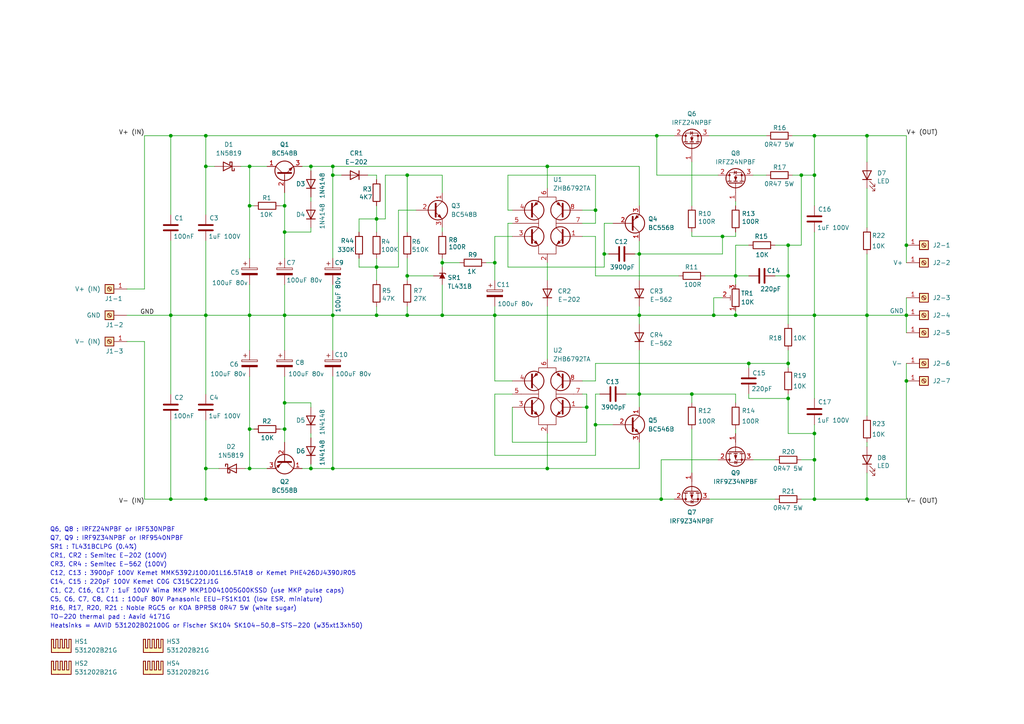
<source format=kicad_sch>
(kicad_sch (version 20231120) (generator "eeschema") (generator_version "8.0")
  (paper "A4")
  (title_block (title "Q17-SIGMA Power Supply") (date "2024-04-22") (rev "1.0.7") (company "PCB and BOM by stef") (comment 2 "Design and test by Moor") (comment 3 "Inspired from Sigma22 v3 design"))
  (junction (at 172.72 123.19))
  (junction (at 185.42 91.44))
  (junction (at 175.26 73.66))
  (junction (at 207.01 91.44))
  (junction (at 190.5 39.37))
  (junction (at 228.6 71.12))
  (junction (at 143.51 91.44))
  (junction (at 262.89 91.44))
  (junction (at 213.36 91.44))
  (junction (at 200.66 114.3))
  (junction (at 236.22 144.78))
  (junction (at 82.55 124.46))
  (junction (at 49.53 39.37))
  (junction (at 59.69 48.26))
  (junction (at 185.42 114.3))
  (junction (at 90.17 135.89))
  (junction (at 59.69 91.44))
  (junction (at 72.39 124.46))
  (junction (at 49.53 91.44))
  (junction (at 82.55 91.44))
  (junction (at 158.75 48.26))
  (junction (at 236.22 133.35))
  (junction (at 59.69 39.37))
  (junction (at 82.55 116.84))
  (junction (at 170.18 118.11))
  (junction (at 109.22 63.5))
  (junction (at 90.17 48.26))
  (junction (at 228.6 115.57))
  (junction (at 59.69 135.89))
  (junction (at 72.39 91.44))
  (junction (at 96.52 135.89))
  (junction (at 96.52 48.26))
  (junction (at 251.46 144.78))
  (junction (at 236.22 50.8))
  (junction (at 228.6 80.01))
  (junction (at 109.22 77.47))
  (junction (at 118.11 91.44))
  (junction (at 236.22 91.44))
  (junction (at 82.55 59.69))
  (junction (at 109.22 91.44))
  (junction (at 49.53 144.78))
  (junction (at 209.55 68.58))
  (junction (at 128.27 91.44))
  (junction (at 128.27 76.2))
  (junction (at 82.55 67.31))
  (junction (at 251.46 39.37))
  (junction (at 96.52 50.8))
  (junction (at 72.39 135.89))
  (junction (at 118.11 50.8))
  (junction (at 213.36 80.01))
  (junction (at 251.46 91.44))
  (junction (at 191.77 144.78))
  (junction (at 158.75 135.89))
  (junction (at 96.52 91.44))
  (junction (at 118.11 80.01))
  (junction (at 185.42 73.66))
  (junction (at 72.39 48.26))
  (junction (at 236.22 39.37))
  (junction (at 143.51 76.2))
  (junction (at 232.41 50.8))
  (junction (at 217.17 105.41))
  (junction (at 228.6 105.41))
  (junction (at 72.39 59.69))
  (junction (at 262.89 71.12))
  (junction (at 59.69 144.78))
  (junction (at 262.89 110.49))
  (junction (at 236.22 125.73))
  (junction (at 172.72 60.96))
  (wire (pts (xy 185.42 128.27) (xy 185.42 135.89)))
  (wire (pts (xy 109.22 59.69) (xy 109.22 63.5)))
  (wire (pts (xy 41.91 144.78) (xy 49.53 144.78)))
  (wire (pts (xy 118.11 50.8) (xy 128.27 50.8)))
  (wire (pts (xy 82.55 67.31) (xy 90.17 67.31)))
  (wire (pts (xy 213.36 91.44) (xy 236.22 91.44)))
  (wire (pts (xy 59.69 39.37) (xy 59.69 48.26)))
  (wire (pts (xy 217.17 71.12) (xy 213.36 71.12)))
  (wire (pts (xy 175.26 64.77) (xy 177.8 64.77)))
  (wire (pts (xy 251.46 39.37) (xy 251.46 46.99)))
  (wire (pts (xy 236.22 91.44) (xy 236.22 115.57)))
  (wire (pts (xy 143.51 110.49) (xy 143.51 91.44)))
  (wire (pts (xy 82.55 91.44) (xy 82.55 101.6)))
  (wire (pts (xy 172.72 68.58) (xy 168.91 68.58)))
  (wire (pts (xy 236.22 91.44) (xy 251.46 91.44)))
  (wire (pts (xy 185.42 48.26) (xy 158.75 48.26)))
  (wire (pts (xy 49.53 91.44) (xy 49.53 114.3)))
  (wire (pts (xy 172.72 123.19) (xy 177.8 123.19)))
  (wire (pts (xy 224.79 80.01) (xy 228.6 80.01)))
  (wire (pts (xy 118.11 88.9) (xy 118.11 91.44)))
  (wire (pts (xy 175.26 73.66) (xy 176.53 73.66)))
  (wire (pts (xy 262.89 71.12) (xy 262.89 76.2)))
  (wire (pts (xy 59.69 135.89) (xy 59.69 144.78)))
  (wire (pts (xy 251.46 91.44) (xy 262.89 91.44)))
  (wire (pts (xy 170.18 118.11) (xy 168.91 118.11)))
  (wire (pts (xy 190.5 50.8) (xy 208.28 50.8)))
  (wire (pts (xy 118.11 74.93) (xy 118.11 80.01)))
  (wire (pts (xy 59.69 144.78) (xy 191.77 144.78)))
  (wire (pts (xy 185.42 73.66) (xy 185.42 81.28)))
  (wire (pts (xy 82.55 91.44) (xy 96.52 91.44)))
  (wire (pts (xy 90.17 66.04) (xy 90.17 67.31)))
  (wire (pts (xy 90.17 134.62) (xy 90.17 135.89)))
  (wire (pts (xy 96.52 50.8) (xy 96.52 74.93)))
  (wire (pts (xy 147.32 77.47) (xy 175.26 77.47)))
  (wire (pts (xy 213.36 71.12) (xy 213.36 80.01)))
  (wire (pts (xy 82.55 82.55) (xy 82.55 91.44)))
  (wire (pts (xy 128.27 50.8) (xy 128.27 55.88)))
  (wire (pts (xy 104.14 67.31) (xy 104.14 63.5)))
  (wire (pts (xy 213.36 80.01) (xy 213.36 82.55)))
  (wire (pts (xy 172.72 132.08) (xy 143.51 132.08)))
  (wire (pts (xy 128.27 76.2) (xy 133.35 76.2)))
  (wire (pts (xy 96.52 109.22) (xy 96.52 135.89)))
  (wire (pts (xy 200.66 114.3) (xy 200.66 116.84)))
  (wire (pts (xy 148.59 128.27) (xy 170.18 128.27)))
  (wire (pts (xy 148.59 60.96) (xy 147.32 60.96)))
  (wire (pts (xy 41.91 99.06) (xy 36.83 99.06)))
  (wire (pts (xy 109.22 77.47) (xy 109.22 81.28)))
  (wire (pts (xy 109.22 91.44) (xy 118.11 91.44)))
  (wire (pts (xy 90.17 118.11) (xy 90.17 116.84)))
  (wire (pts (xy 251.46 73.66) (xy 251.46 91.44)))
  (wire (pts (xy 90.17 48.26) (xy 90.17 49.53)))
  (wire (pts (xy 96.52 135.89) (xy 158.75 135.89)))
  (wire (pts (xy 262.89 110.49) (xy 262.89 144.78)))
  (wire (pts (xy 251.46 39.37) (xy 262.89 39.37)))
  (wire (pts (xy 228.6 114.3) (xy 228.6 115.57)))
  (wire (pts (xy 218.44 133.35) (xy 224.79 133.35)))
  (wire (pts (xy 59.69 91.44) (xy 72.39 91.44)))
  (wire (pts (xy 184.15 73.66) (xy 185.42 73.66)))
  (wire (pts (xy 96.52 48.26) (xy 158.75 48.26)))
  (wire (pts (xy 90.17 57.15) (xy 90.17 58.42)))
  (wire (pts (xy 236.22 39.37) (xy 236.22 50.8)))
  (wire (pts (xy 147.32 60.96) (xy 147.32 50.8)))
  (wire (pts (xy 72.39 91.44) (xy 72.39 101.6)))
  (wire (pts (xy 36.83 83.82) (xy 41.91 83.82)))
  (wire (pts (xy 185.42 91.44) (xy 207.01 91.44)))
  (wire (pts (xy 49.53 121.92) (xy 49.53 144.78)))
  (wire (pts (xy 59.69 48.26) (xy 59.69 62.23)))
  (wire (pts (xy 228.6 71.12) (xy 232.41 71.12)))
  (wire (pts (xy 217.17 114.3) (xy 217.17 115.57)))
  (wire (pts (xy 185.42 48.26) (xy 185.42 59.69)))
  (wire (pts (xy 251.46 54.61) (xy 251.46 66.04)))
  (wire (pts (xy 232.41 50.8) (xy 232.41 71.12)))
  (wire (pts (xy 158.75 76.2) (xy 158.75 81.28)))
  (wire (pts (xy 209.55 86.36) (xy 207.01 86.36)))
  (wire (pts (xy 172.72 50.8) (xy 172.72 60.96)))
  (wire (pts (xy 82.55 116.84) (xy 90.17 116.84)))
  (wire (pts (xy 59.69 91.44) (xy 59.69 114.3)))
  (wire (pts (xy 158.75 125.73) (xy 158.75 135.89)))
  (wire (pts (xy 120.65 60.96) (xy 115.57 60.96)))
  (wire (pts (xy 172.72 114.3) (xy 172.72 123.19)))
  (wire (pts (xy 213.36 80.01) (xy 217.17 80.01)))
  (wire (pts (xy 125.73 80.01) (xy 118.11 80.01)))
  (wire (pts (xy 109.22 52.07) (xy 109.22 50.8)))
  (wire (pts (xy 128.27 66.04) (xy 128.27 67.31)))
  (wire (pts (xy 71.12 135.89) (xy 72.39 135.89)))
  (wire (pts (xy 109.22 88.9) (xy 109.22 91.44)))
  (wire (pts (xy 59.69 39.37) (xy 190.5 39.37)))
  (wire (pts (xy 128.27 82.55) (xy 128.27 91.44)))
  (wire (pts (xy 72.39 59.69) (xy 73.66 59.69)))
  (wire (pts (xy 185.42 114.3) (xy 185.42 118.11)))
  (wire (pts (xy 128.27 74.93) (xy 128.27 76.2)))
  (wire (pts (xy 209.55 68.58) (xy 213.36 68.58)))
  (wire (pts (xy 200.66 68.58) (xy 209.55 68.58)))
  (wire (pts (xy 185.42 101.6) (xy 185.42 114.3)))
  (wire (pts (xy 228.6 80.01) (xy 228.6 93.98)))
  (wire (pts (xy 262.89 105.41) (xy 262.89 110.49)))
  (wire (pts (xy 251.46 91.44) (xy 251.46 120.65)))
  (wire (pts (xy 96.52 91.44) (xy 109.22 91.44)))
  (wire (pts (xy 41.91 39.37) (xy 41.91 83.82)))
  (wire (pts (xy 69.85 48.26) (xy 72.39 48.26)))
  (wire (pts (xy 190.5 39.37) (xy 190.5 50.8)))
  (wire (pts (xy 109.22 77.47) (xy 115.57 77.47)))
  (wire (pts (xy 181.61 114.3) (xy 185.42 114.3)))
  (wire (pts (xy 236.22 39.37) (xy 251.46 39.37)))
  (wire (pts (xy 72.39 124.46) (xy 73.66 124.46)))
  (wire (pts (xy 49.53 69.85) (xy 49.53 91.44)))
  (wire (pts (xy 232.41 133.35) (xy 236.22 133.35)))
  (wire (pts (xy 87.63 135.89) (xy 90.17 135.89)))
  (wire (pts (xy 109.22 74.93) (xy 109.22 77.47)))
  (wire (pts (xy 232.41 50.8) (xy 236.22 50.8)))
  (wire (pts (xy 236.22 67.31) (xy 236.22 91.44)))
  (wire (pts (xy 96.52 82.55) (xy 96.52 91.44)))
  (wire (pts (xy 49.53 91.44) (xy 59.69 91.44)))
  (wire (pts (xy 111.76 50.8) (xy 111.76 63.5)))
  (wire (pts (xy 109.22 63.5) (xy 109.22 67.31)))
  (wire (pts (xy 90.17 135.89) (xy 96.52 135.89)))
  (wire (pts (xy 143.51 114.3) (xy 148.59 114.3)))
  (wire (pts (xy 72.39 124.46) (xy 72.39 135.89)))
  (wire (pts (xy 81.28 124.46) (xy 82.55 124.46)))
  (wire (pts (xy 104.14 74.93) (xy 104.14 77.47)))
  (wire (pts (xy 168.91 114.3) (xy 170.18 114.3)))
  (wire (pts (xy 190.5 39.37) (xy 195.58 39.37)))
  (wire (pts (xy 213.36 68.58) (xy 213.36 67.31)))
  (wire (pts (xy 82.55 67.31) (xy 82.55 74.93)))
  (wire (pts (xy 158.75 88.9) (xy 158.75 104.14)))
  (wire (pts (xy 236.22 133.35) (xy 236.22 144.78)))
  (wire (pts (xy 172.72 60.96) (xy 172.72 64.77)))
  (wire (pts (xy 72.39 91.44) (xy 82.55 91.44)))
  (wire (pts (xy 82.55 55.88) (xy 82.55 59.69)))
  (wire (pts (xy 72.39 48.26) (xy 72.39 59.69)))
  (wire (pts (xy 224.79 71.12) (xy 228.6 71.12)))
  (wire (pts (xy 111.76 63.5) (xy 109.22 63.5)))
  (wire (pts (xy 59.69 69.85) (xy 59.69 91.44)))
  (wire (pts (xy 148.59 118.11) (xy 148.59 128.27)))
  (wire (pts (xy 251.46 144.78) (xy 262.89 144.78)))
  (wire (pts (xy 59.69 121.92) (xy 59.69 135.89)))
  (wire (pts (xy 207.01 91.44) (xy 213.36 91.44)))
  (wire (pts (xy 158.75 48.26) (xy 158.75 54.61)))
  (wire (pts (xy 262.89 86.36) (xy 262.89 91.44)))
  (wire (pts (xy 191.77 133.35) (xy 191.77 144.78)))
  (wire (pts (xy 82.55 116.84) (xy 82.55 124.46)))
  (wire (pts (xy 175.26 77.47) (xy 175.26 73.66)))
  (wire (pts (xy 82.55 59.69) (xy 82.55 67.31)))
  (wire (pts (xy 41.91 39.37) (xy 49.53 39.37)))
  (wire (pts (xy 172.72 105.41) (xy 217.17 105.41)))
  (wire (pts (xy 217.17 105.41) (xy 217.17 106.68)))
  (wire (pts (xy 172.72 80.01) (xy 172.72 68.58)))
  (wire (pts (xy 191.77 144.78) (xy 195.58 144.78)))
  (wire (pts (xy 87.63 48.26) (xy 90.17 48.26)))
  (wire (pts (xy 172.72 105.41) (xy 172.72 110.49)))
  (wire (pts (xy 143.51 76.2) (xy 143.51 68.58)))
  (wire (pts (xy 232.41 144.78) (xy 236.22 144.78)))
  (wire (pts (xy 200.66 46.99) (xy 200.66 59.69)))
  (wire (pts (xy 118.11 91.44) (xy 128.27 91.44)))
  (wire (pts (xy 229.87 50.8) (xy 232.41 50.8)))
  (wire (pts (xy 208.28 133.35) (xy 191.77 133.35)))
  (wire (pts (xy 41.91 144.78) (xy 41.91 99.06)))
  (wire (pts (xy 204.47 80.01) (xy 213.36 80.01)))
  (wire (pts (xy 200.66 124.46) (xy 200.66 137.16)))
  (wire (pts (xy 175.26 73.66) (xy 175.26 64.77)))
  (wire (pts (xy 96.52 48.26) (xy 96.52 50.8)))
  (wire (pts (xy 251.46 137.16) (xy 251.46 144.78)))
  (wire (pts (xy 140.97 76.2) (xy 143.51 76.2)))
  (wire (pts (xy 96.52 91.44) (xy 96.52 101.6)))
  (wire (pts (xy 168.91 64.77) (xy 172.72 64.77)))
  (wire (pts (xy 118.11 50.8) (xy 118.11 67.31)))
  (wire (pts (xy 217.17 115.57) (xy 228.6 115.57)))
  (wire (pts (xy 118.11 80.01) (xy 118.11 81.28)))
  (wire (pts (xy 148.59 110.49) (xy 143.51 110.49)))
  (wire (pts (xy 72.39 59.69) (xy 72.39 74.93)))
  (wire (pts (xy 251.46 128.27) (xy 251.46 129.54)))
  (wire (pts (xy 200.66 68.58) (xy 200.66 67.31)))
  (wire (pts (xy 143.51 68.58) (xy 148.59 68.58)))
  (wire (pts (xy 172.72 110.49) (xy 168.91 110.49)))
  (wire (pts (xy 218.44 50.8) (xy 222.25 50.8)))
  (wire (pts (xy 236.22 144.78) (xy 251.46 144.78)))
  (wire (pts (xy 147.32 50.8) (xy 172.72 50.8)))
  (wire (pts (xy 213.36 116.84) (xy 213.36 114.3)))
  (wire (pts (xy 213.36 114.3) (xy 200.66 114.3)))
  (wire (pts (xy 173.99 114.3) (xy 172.72 114.3)))
  (wire (pts (xy 228.6 106.68) (xy 228.6 105.41)))
  (wire (pts (xy 185.42 88.9) (xy 185.42 91.44)))
  (wire (pts (xy 49.53 144.78) (xy 59.69 144.78)))
  (wire (pts (xy 158.75 135.89) (xy 185.42 135.89)))
  (wire (pts (xy 236.22 123.19) (xy 236.22 125.73)))
  (wire (pts (xy 185.42 69.85) (xy 185.42 73.66)))
  (wire (pts (xy 185.42 73.66) (xy 209.55 73.66)))
  (wire (pts (xy 72.39 82.55) (xy 72.39 91.44)))
  (wire (pts (xy 104.14 63.5) (xy 109.22 63.5)))
  (wire (pts (xy 172.72 80.01) (xy 196.85 80.01)))
  (wire (pts (xy 262.89 91.44) (xy 262.89 96.52)))
  (wire (pts (xy 72.39 135.89) (xy 77.47 135.89)))
  (wire (pts (xy 213.36 58.42) (xy 213.36 59.69)))
  (wire (pts (xy 228.6 71.12) (xy 228.6 80.01)))
  (wire (pts (xy 128.27 91.44) (xy 143.51 91.44)))
  (wire (pts (xy 170.18 114.3) (xy 170.18 118.11)))
  (wire (pts (xy 128.27 76.2) (xy 128.27 77.47)))
  (wire (pts (xy 213.36 124.46) (xy 213.36 125.73)))
  (wire (pts (xy 168.91 60.96) (xy 172.72 60.96)))
  (wire (pts (xy 143.51 88.9) (xy 143.51 91.44)))
  (wire (pts (xy 143.51 76.2) (xy 143.51 81.28)))
  (wire (pts (xy 115.57 60.96) (xy 115.57 77.47)))
  (wire (pts (xy 104.14 77.47) (xy 109.22 77.47)))
  (wire (pts (xy 59.69 48.26) (xy 62.23 48.26)))
  (wire (pts (xy 213.36 90.17) (xy 213.36 91.44)))
  (wire (pts (xy 111.76 50.8) (xy 118.11 50.8)))
  (wire (pts (xy 205.74 144.78) (xy 224.79 144.78)))
  (wire (pts (xy 106.68 50.8) (xy 109.22 50.8)))
  (wire (pts (xy 229.87 39.37) (xy 236.22 39.37)))
  (wire (pts (xy 172.72 123.19) (xy 172.72 132.08)))
  (wire (pts (xy 205.74 39.37) (xy 222.25 39.37)))
  (wire (pts (xy 72.39 109.22) (xy 72.39 124.46)))
  (wire (pts (xy 262.89 39.37) (xy 262.89 71.12)))
  (wire (pts (xy 185.42 91.44) (xy 185.42 93.98)))
  (wire (pts (xy 236.22 125.73) (xy 236.22 133.35)))
  (wire (pts (xy 228.6 115.57) (xy 228.6 125.73)))
  (wire (pts (xy 147.32 64.77) (xy 147.32 77.47)))
  (wire (pts (xy 217.17 105.41) (xy 228.6 105.41)))
  (wire (pts (xy 143.51 91.44) (xy 185.42 91.44)))
  (wire (pts (xy 36.83 91.44) (xy 49.53 91.44)))
  (wire (pts (xy 90.17 48.26) (xy 96.52 48.26)))
  (wire (pts (xy 209.55 73.66) (xy 209.55 68.58)))
  (wire (pts (xy 228.6 125.73) (xy 236.22 125.73)))
  (wire (pts (xy 90.17 125.73) (xy 90.17 127)))
  (wire (pts (xy 170.18 128.27) (xy 170.18 118.11)))
  (wire (pts (xy 236.22 50.8) (xy 236.22 59.69)))
  (wire (pts (xy 185.42 114.3) (xy 200.66 114.3)))
  (wire (pts (xy 82.55 109.22) (xy 82.55 116.84)))
  (wire (pts (xy 72.39 48.26) (xy 77.47 48.26)))
  (wire (pts (xy 96.52 50.8) (xy 99.06 50.8)))
  (wire (pts (xy 143.51 132.08) (xy 143.51 114.3)))
  (wire (pts (xy 228.6 101.6) (xy 228.6 105.41)))
  (wire (pts (xy 82.55 124.46) (xy 82.55 128.27)))
  (wire (pts (xy 49.53 62.23) (xy 49.53 39.37)))
  (wire (pts (xy 207.01 86.36) (xy 207.01 91.44)))
  (wire (pts (xy 59.69 135.89) (xy 63.5 135.89)))
  (wire (pts (xy 49.53 39.37) (xy 59.69 39.37)))
  (wire (pts (xy 148.59 64.77) (xy 147.32 64.77)))
  (wire (pts (xy 81.28 59.69) (xy 82.55 59.69)))
  (text "C1, C2, C16, C17 : 1uF 100V Wima MKP MKP1D041005G00KSSD (use MKP pulse caps)" (at 14.478 171.45 0) (effects (font (size 1.27 1.27)) (justify left)))
  (text "SR1 : TL431BCLPG (0.4%)" (at 14.478 158.75 0) (effects (font (size 1.27 1.27)) (justify left)))
  (text "C5, C6, C7, C8, C11 : 100uF 80V Panasonic EEU-FS1K101 (low ESR, miniature)" (at 14.478 173.99 0) (effects (font (size 1.27 1.27)) (justify left)))
  (text "TO-220 thermal pad : Aavid 4171G" (at 32.004 179.07 0) (effects (font (size 1.27 1.27))))
  (text "C12, C13 : 3900pF 100V Kemet MMK5392J100J01L16.5TA18 or Kemet PHE426DJ4390JR05" (at 14.478 166.37 0) (effects (font (size 1.27 1.27)) (justify left)))
  (text "CR3, CR4 : Semitec E-562 (100V)" (at 14.478 163.83 0) (effects (font (size 1.27 1.27)) (justify left)))
  (text "R16, R17, R20, R21 : Noble RGC5 or KOA BPR58 0R47 5W (white sugar)" (at 14.478 176.53 0) (effects (font (size 1.27 1.27)) (justify left)))
  (text "Q7, Q9 : IRF9Z34NPBF or IRF9540NPBF" (at 14.478 156.21 0) (effects (font (size 1.27 1.27)) (justify left)))
  (text "CR1, CR2 : Semitec E-202 (100V)" (at 14.478 161.29 0) (effects (font (size 1.27 1.27)) (justify left)))
  (text "Q6, Q8 : IRFZ24NPBF or IRF530NPBF" (at 14.478 153.67 0) (effects (font (size 1.27 1.27)) (justify left)))
  (text "C14, C15 : 220pF 100V Kemet C0G C315C221J1G " (at 14.478 168.91 0) (effects (font (size 1.27 1.27)) (justify left)))
  (text "Heatsinks = AAVID 531202B02100G or Fischer SK104 SK104-50,8-STS-220 (w35xt13xh50)" (at 14.478 181.61 0) (effects (font (size 1.27 1.27)) (justify left)))
  (label "GND" (at 40.64 91.44 0))
  (label "V+ (IN)" (at 41.91 39.37 180))
  (label "V+ (OUT)" (at 262.89 39.37 0))
  (label "V- (IN)" (at 41.91 144.78 180))
  (label "V- (OUT)" (at 262.89 144.78 0))
  (symbol (lib_id "Mechanical:Heatsink") (at 44.45 189.23 0) (unit 1) (exclude_from_sim yes)
    (property "Reference" "HS3" (at 48.26 186.0549 0) (effects (justify left)))
    (property "Value" "531202B21G" (at 48.26 188.5949 0) (effects (justify left)))
    (property "Footprint" "Heatsink:Heatsink_Fischer_SK104-STC-STIC_35x13mm_2xDrill2.5mm" (effects (hide yes)))
    (property "Datasheet" "https://www.mouser.fr/datasheet/2/2/Aavid_01112021_Board_Level_Cooling_Extruded_5310-1953660.pdf" (effects (hide yes)))
    (property "Description" "Heatsink AAVID 531202B21G Vertical, 12.7x34.92x50.8mm" (effects (hide yes)))
    (property "Part#" "531202B21G" (effects (hide yes)))
    (property "Mouser" "532-531202B21G" (effects (hide yes)))
  )
  (symbol (lib_id "Device:R") (at 228.6 133.35 90) (unit 1)
    (property "Reference" "R20" (at 230.632 131.064 90) (effects (justify left)))
    (property "Value" "0R47 5W" (at 232.918 135.89 90) (effects (justify left)))
    (property "Footprint" "Resistor_THT:R_Box_L14.0mm_W5.0mm_P9.00mm" (effects (hide yes)))
    (property "Datasheet" "https://www.koaspeer.com/catimages/Products/BPR/BPR.pdf" (effects (hide yes)))
    (property "Part#" "BPR58CR47J" (effects (hide yes)))
    (property "Mouser" "660-BPR58CR47J" (effects (hide yes)))
  )
  (symbol (lib_id "Device:R") (at 77.47 124.46 90) (unit 1)
    (property "Reference" "R2" (at 78.74 122.174 90) (effects (justify left)))
    (property "Value" "10K" (at 79.502 127 90) (effects (justify left)))
    (property "Footprint" "Resistor_THT:R_Axial_DIN0207_L6.3mm_D2.5mm_P10.16mm_Horizontal" (effects (hide yes)))
    (property "Datasheet" "https://www.vishay.com/doc?28724" (effects (hide yes)))
    (property "Part#" "MRS25000C1002FRP00" (effects (hide yes)))
    (property "Mouser" "594-MRS2510K00F" (effects (hide yes)))
  )
  (symbol (lib_id "Device:C_Polarized") (at 82.55 78.74 0) (unit 1)
    (property "Reference" "C7" (at 83.058 76.2 0) (effects (justify left)))
    (property "Value" "100uF 80v" (at 83.058 81.28 0) (effects (justify left)))
    (property "Footprint" "Capacitor_THT:CP_Radial_D10.0mm_P5.00mm" (effects (hide yes)))
    (property "Datasheet" "https://www.mouser.fr/datasheet/2/315/Panasonic_08082018_Capacitor_Radial_Leaded_Lytic_(-1387098.pdf" (effects (hide yes)))
    (property "Part#" "EEU-FS1K101" (effects (hide yes)))
    (property "Mouser" "667-EEU-FS1K101" (effects (hide yes)))
  )
  (symbol (lib_id "Transistor_FET:IRF540N") (at 213.36 53.34 90) (unit 1)
    (property "Reference" "Q8" (at 213.36 44.45 90))
    (property "Value" "IRFZ24NPBF" (at 213.36 46.99 90))
    (property "Footprint" "Package_TO_SOT_THT:TO-220-3_Vertical" (effects (hide yes)))
    (property "Datasheet" "https://www.mouser.fr/datasheet/2/196/Infineon_IRFZ24N_DataSheet_v01_01_EN-3363353.pdf" (effects (hide yes)))
    (property "Description" "MOSFET MOSFT 55V 17A 70mOhm 13.3nC" (effects (hide yes)))
    (property "Part#" "IRFZ24NPBF" (effects (hide yes)))
    (property "Mouser" "942-IRFZ24NPBF" (effects (hide yes)))
  )
  (symbol (lib_id "Device:C_Polarized") (at 96.52 78.74 0) (unit 1)
    (property "Reference" "C9" (at 97.028 76.2 0) (effects (justify left)))
    (property "Value" "100uF 80v" (at 98.044 90.678 90) (effects (justify left)))
    (property "Footprint" "Capacitor_THT:CP_Radial_D10.0mm_P5.00mm" (effects (hide yes)))
    (property "Datasheet" "https://www.mouser.fr/datasheet/2/315/Panasonic_08082018_Capacitor_Radial_Leaded_Lytic_(-1387098.pdf" (effects (hide yes)))
    (property "Part#" "EEU-FS1K101" (effects (hide yes)))
    (property "Mouser" "667-EEU-FS1K101" (effects (hide yes)))
  )
  (symbol (lib_id "Device:C") (at 59.69 66.04 0) (unit 1)
    (property "Reference" "C3" (at 60.706 63.246 0) (effects (justify left)))
    (property "Value" "1uF 100V" (at 60.452 68.58 0) (effects (justify left)))
    (property "Footprint" "Capacitor_THT:C_Rect_L26.5mm_W10.5mm_P22.50mm_MKS4" (effects (hide yes)))
    (property "Datasheet" "https://www.mouser.fr/datasheet/2/440/e_WIMA_MKP_10-1139811.pdf" (effects (hide yes)))
    (property "Part#" "MKP1D041005G00KSSD" (effects (hide yes)))
    (property "Mouser" "505-MKP1D041005G00KS" (effects (hide yes)))
  )
  (symbol (lib_id "Transistor_BJT:BC556") (at 182.88 64.77 0) (mirror x) (unit 1)
    (property "Reference" "Q4" (at 187.96 63.4999 0) (effects (justify left)))
    (property "Value" "BC556B" (at 187.96 66.0399 0) (effects (justify left)))
    (property "Footprint" "Package_TO_SOT_THT:TO-92L_Inline_Wide" (effects (hide yes)))
    (property "Datasheet" "https://www.mouser.fr/datasheet/2/308/BC556BTA_D-2310029.pdf" (effects (hide yes)))
    (property "Description" "BJT PNP -65V 100mA HFE/450" (effects (hide yes)))
    (property "Part#" "BC556BTA" (effects (hide yes)))
    (property "Mouser" "512-BC556BTA" (effects (hide yes)))
  )
  (symbol (lib_id "Mechanical:Heatsink") (at 44.45 195.58 0) (unit 1) (exclude_from_sim yes)
    (property "Reference" "HS4" (at 48.26 192.4049 0) (effects (justify left)))
    (property "Value" "531202B21G" (at 48.26 194.9449 0) (effects (justify left)))
    (property "Footprint" "Heatsink:Heatsink_Fischer_SK104-STC-STIC_35x13mm_2xDrill2.5mm" (effects (hide yes)))
    (property "Datasheet" "https://www.mouser.fr/datasheet/2/2/Aavid_01112021_Board_Level_Cooling_Extruded_5310-1953660.pdf" (effects (hide yes)))
    (property "Description" "Heatsink AAVID 531202B21G Vertical, 12.7x34.92x50.8mm" (effects (hide yes)))
    (property "Part#" "531202B21G" (effects (hide yes)))
    (property "Mouser" "532-531202B21G" (effects (hide yes)))
  )
  (symbol (lib_id "Connector:Screw_Terminal_01x01") (at 267.97 86.36 0) (unit 1)
    (property "Reference" "J2-3" (at 270.51 86.36 0) (effects (justify left)))
    (property "Value" "GND" (effects (hide yes)))
    (property "Footprint" "Q17_Library:Faston_Connector_63849-1_TEC" (effects (hide yes)))
    (property "Datasheet" "https://www.te.com/commerce/DocumentDelivery/DDEController?Action=srchrtrv&DocNm=63824&DocType=Customer+Drawing&DocLang=English&PartCntxt=63824-1&DocFormat=pdf" (effects (hide yes)))
    (property "Part#" "TE Connectivity 63849-1" (effects (hide yes)))
    (property "Mouser" "571-638241" (effects (hide yes)))
  )
  (symbol (lib_id "Device:R") (at 104.14 71.12 0) (unit 1)
    (property "Reference" "R44" (at 98.806 69.85 0) (effects (justify left)))
    (property "Value" "330K" (at 97.79 72.4027 0) (effects (justify left)))
    (property "Footprint" "Resistor_THT:R_Axial_DIN0207_L6.3mm_D2.5mm_P10.16mm_Horizontal" (effects (hide yes)))
    (property "Datasheet" "https://www.vishay.com/doc?28724" (effects (hide yes)))
    (property "Part#" "MRS25000C3303FCT00" (effects (hide yes)))
    (property "Mouser" "594-MRS25000C3303FCT" (effects (hide yes)))
  )
  (symbol (lib_id "Diode:1N5819") (at 67.31 135.89 0) (unit 1)
    (property "Reference" "D2" (at 66.9925 129.54 0))
    (property "Value" "1N5819" (at 66.9925 132.08 0))
    (property "Footprint" "Diode_THT:D_DO-41_SOD81_P10.16mm_Horizontal" (effects (hide yes)))
    (property "Datasheet" "https://www.vishay.com/doc?88525" (effects (hide yes)))
    (property "Description" "40V 1A Schottky Barrier Rectifier Diode, DO-41" (effects (hide yes)))
    (property "Part#" "1N5819-E3/73" (effects (hide yes)))
    (property "Mouser" "625-1N5819-E3/73" (effects (hide yes)))
  )
  (symbol (lib_id "Diode:1N4148") (at 102.87 50.8 180) (unit 1)
    (property "Reference" "CR1" (at 103.378 44.45 0))
    (property "Value" "E-202" (at 103.378 46.99 0))
    (property "Footprint" "Diode_THT:D_DO-35_SOD27_P7.62mm_Horizontal" (effects (hide yes)))
    (property "Datasheet" "https://www.mouser.fr/datasheet/2/362/P22-23-CRD-1729293.pdf" (effects (hide yes)))
    (property "Description" "Current regulator diode E-202" (effects (hide yes)))
    (property "Part#" "E-202" (effects (hide yes)))
    (property "Mouser" "954-E-202" (effects (hide yes)))
  )
  (symbol (lib_id "Connector:Screw_Terminal_01x01") (at 267.97 76.2 0) (unit 1)
    (property "Reference" "J2-2" (at 270.51 76.2 0) (effects (justify left)))
    (property "Value" "V+" (at 259.08 76.2 0) (effects (justify left)))
    (property "Footprint" "Q17_Library:Faston_Connector_63849-1_TEC" (effects (hide yes)))
    (property "Datasheet" "https://www.te.com/commerce/DocumentDelivery/DDEController?Action=srchrtrv&DocNm=63824&DocType=Customer+Drawing&DocLang=English&PartCntxt=63824-1&DocFormat=pdf" (effects (hide yes)))
    (property "Part#" "TE Connectivity 63849-1" (effects (hide yes)))
    (property "Mouser" "571-638241" (effects (hide yes)))
  )
  (symbol (lib_id "Transistor_FET:IRF4905") (at 200.66 142.24 90) (mirror x) (unit 1)
    (property "Reference" "Q7" (at 200.66 148.59 90))
    (property "Value" "IRF9Z34NPBF" (at 200.66 151.13 90))
    (property "Footprint" "Package_TO_SOT_THT:TO-220-3_Vertical" (effects (hide yes)))
    (property "Datasheet" "https://www.mouser.fr/datasheet/2/196/Infineon_IRF9Z34N_DataSheet_v01_01_EN-3363049.pdf" (effects (hide yes)))
    (property "Description" "MOSFET MOSFT PCh -55V -17A 100mOhm 23.3nC" (effects (hide yes)))
    (property "Part#" "IRF9Z34NPBF" (effects (hide yes)))
    (property "Mouser" "942-IRF9Z34NPBF" (effects (hide yes)))
  )
  (symbol (lib_id "Device:C_Polarized") (at 72.39 105.41 0) (unit 1)
    (property "Reference" "C6" (at 66.548 105.664 0) (effects (justify left)))
    (property "Value" "100uF 80v" (at 60.96 108.458 0) (effects (justify left)))
    (property "Footprint" "Capacitor_THT:CP_Radial_D10.0mm_P5.00mm" (effects (hide yes)))
    (property "Datasheet" "https://www.mouser.fr/datasheet/2/315/Panasonic_08082018_Capacitor_Radial_Leaded_Lytic_(-1387098.pdf" (effects (hide yes)))
    (property "Part#" "EEU-FS1K101" (effects (hide yes)))
    (property "Mouser" "667-EEU-FS1K101" (effects (hide yes)))
  )
  (symbol (lib_id "Device:R") (at 128.27 71.12 0) (unit 1)
    (property "Reference" "R8" (at 130.048 69.596 0) (effects (justify left)))
    (property "Value" "100R" (at 130.048 71.628 0) (effects (justify left)))
    (property "Footprint" "Resistor_THT:R_Axial_DIN0207_L6.3mm_D2.5mm_P10.16mm_Horizontal" (effects (hide yes)))
    (property "Datasheet" "https://www.vishay.com/doc?28724" (effects (hide yes)))
    (property "Part#" "MRS25000C1000FRP00" (effects (hide yes)))
    (property "Mouser" "594-MRS25000C1000FRP" (effects (hide yes)))
  )
  (symbol (lib_id "Connector:Screw_Terminal_01x01") (at 267.97 96.52 0) (unit 1)
    (property "Reference" "J2-5" (at 270.51 96.52 0) (effects (justify left)))
    (property "Value" "GND" (effects (hide yes)))
    (property "Footprint" "Q17_Library:Faston_Connector_63849-1_TEC" (effects (hide yes)))
    (property "Datasheet" "https://www.te.com/commerce/DocumentDelivery/DDEController?Action=srchrtrv&DocNm=63824&DocType=Customer+Drawing&DocLang=English&PartCntxt=63824-1&DocFormat=pdf" (effects (hide yes)))
    (property "Part#" "TE Connectivity 63849-1" (effects (hide yes)))
    (property "Mouser" "571-638241" (effects (hide yes)))
  )
  (symbol (lib_id "Transistor_FET:IRF4905") (at 213.36 130.81 90) (mirror x) (unit 1)
    (property "Reference" "Q9" (at 213.36 137.16 90))
    (property "Value" "IRF9Z34NPBF" (at 213.36 139.7 90))
    (property "Footprint" "Package_TO_SOT_THT:TO-220-3_Vertical" (effects (hide yes)))
    (property "Datasheet" "https://www.mouser.fr/datasheet/2/196/Infineon_IRF9Z34N_DataSheet_v01_01_EN-3363049.pdf" (effects (hide yes)))
    (property "Description" "MOSFET MOSFT PCh -55V -17A 100mOhm 23.3nC" (effects (hide yes)))
    (property "Part#" "IRF9Z34NPBF" (effects (hide yes)))
    (property "Mouser" "942-IRF9Z34NPBF" (effects (hide yes)))
  )
  (symbol (lib_id "Device:R") (at 118.11 85.09 0) (unit 1)
    (property "Reference" "R7" (at 119.8881 84.3291 0) (effects (justify left)))
    (property "Value" "27K" (at 119.8881 86.6278 0) (effects (justify left)))
    (property "Footprint" "Resistor_THT:R_Axial_DIN0207_L6.3mm_D2.5mm_P10.16mm_Horizontal" (effects (hide yes)))
    (property "Datasheet" "https://www.vishay.com/doc?28724" (effects (hide yes)))
    (property "Part#" "MRS25000C1009FRP00" (effects (hide yes)))
    (property "Mouser" "594-MRS25000C1009FRP" (effects (hide yes)))
  )
  (symbol (lib_id "Device:C_Polarized") (at 96.52 105.41 0) (unit 1)
    (property "Reference" "C10" (at 97.028 102.87 0) (effects (justify left)))
    (property "Value" "100uF 80v" (at 97.282 108.458 0) (effects (justify left)))
    (property "Footprint" "Capacitor_THT:CP_Radial_D10.0mm_P5.00mm" (effects (hide yes)))
    (property "Datasheet" "https://www.mouser.fr/datasheet/2/315/Panasonic_08082018_Capacitor_Radial_Leaded_Lytic_(-1387098.pdf" (effects (hide yes)))
    (property "Part#" "EEU-FS1K101" (effects (hide yes)))
    (property "Mouser" "667-EEU-FS1K101" (effects (hide yes)))
  )
  (symbol (lib_id "Mechanical:Heatsink") (at 17.78 189.23 0) (unit 1) (exclude_from_sim yes)
    (property "Reference" "HS1" (at 21.59 186.0549 0) (effects (justify left)))
    (property "Value" "531202B21G" (at 21.59 188.5949 0) (effects (justify left)))
    (property "Footprint" "Heatsink:Heatsink_Fischer_SK104-STC-STIC_35x13mm_2xDrill2.5mm" (effects (hide yes)))
    (property "Datasheet" "https://www.mouser.fr/datasheet/2/2/Aavid_01112021_Board_Level_Cooling_Extruded_5310-1953660.pdf" (effects (hide yes)))
    (property "Description" "Heatsink AAVID 531202B21G Vertical, 12.7x34.92x50.8mm" (effects (hide yes)))
    (property "Part#" "531202B21G" (effects (hide yes)))
    (property "Mouser" "532-531202B21G" (effects (hide yes)))
  )
  (symbol (lib_id "Transistor_BJT:BC558") (at 82.55 133.35 270) (unit 1)
    (property "Reference" "Q2" (at 82.55 139.7 90))
    (property "Value" "BC558B" (at 82.55 142.24 90))
    (property "Footprint" "Package_TO_SOT_THT:TO-92L_Inline_Wide" (effects (hide yes)))
    (property "Datasheet" "https://diotec.com/request/datasheet/bc556.pdf" (effects (hide yes)))
    (property "Description" "0.1A Ic, 30V Vce, PNP Small Signal Transistor, TO-92" (effects (hide yes)))
    (property "Part#" "BC558B" (effects (hide yes)))
    (property "Mouser" "637-BC558B" (effects (hide yes)))
  )
  (symbol (lib_id "Connector:Screw_Terminal_01x01") (at 267.97 105.41 0) (unit 1)
    (property "Reference" "J2-6" (at 270.51 105.41 0) (effects (justify left)))
    (property "Value" "V-" (at 258.826 105.41 0) (effects (justify left)))
    (property "Footprint" "Q17_Library:Faston_Connector_63849-1_TEC" (effects (hide yes)))
    (property "Datasheet" "https://www.te.com/commerce/DocumentDelivery/DDEController?Action=srchrtrv&DocNm=63824&DocType=Customer+Drawing&DocLang=English&PartCntxt=63824-1&DocFormat=pdf" (effects (hide yes)))
    (property "Part#" "TE Connectivity 63849-1" (effects (hide yes)))
    (property "Mouser" "571-638241" (effects (hide yes)))
  )
  (symbol (lib_id "Diode:1N4148") (at 185.42 97.79 90) (unit 1)
    (property "Reference" "CR4" (at 190.373 97.155 90))
    (property "Value" "E-562" (at 191.77 99.568 90))
    (property "Footprint" "Diode_THT:D_DO-35_SOD27_P7.62mm_Horizontal" (effects (hide yes)))
    (property "Datasheet" "https://www.mouser.fr/datasheet/2/362/P22-23-CRD-1729293.pdf" (effects (hide yes)))
    (property "Description" "Current regulator diode 100V 5.17MA 500MW Current Regulator THT" (effects (hide yes)))
    (property "Part#" "E-562" (effects (hide yes)))
    (property "Mouser" "954-E-562" (effects (hide yes)))
  )
  (symbol (lib_id "Diode:1N4148") (at 90.17 121.92 90) (unit 1)
    (property "Reference" "D5" (at 85.852 121.92 90) (effects (justify right)))
    (property "Value" "1N4148" (at 93.472 118.618 0) (effects (justify right)))
    (property "Footprint" "Diode_THT:D_DO-35_SOD27_P7.62mm_Horizontal" (effects (hide yes)))
    (property "Datasheet" "https://assets.nexperia.com/documents/data-sheet/1N4148_1N4448.pdf" (effects (hide yes)))
    (property "Description" "100V 0.15A standard switching diode, DO-35" (effects (hide yes)))
    (property "Part#" "1N4148-TAP" (effects (hide yes)))
    (property "Mouser" "78-1N4148-TAP" (effects (hide yes)))
  )
  (symbol (lib_id "Device:C_Polarized") (at 143.51 85.09 0) (unit 1)
    (property "Reference" "C11" (at 144.018 82.55 0) (effects (justify left)))
    (property "Value" "100uF 80v" (at 144.272 88.138 0) (effects (justify left)))
    (property "Footprint" "Capacitor_THT:CP_Radial_D10.0mm_P5.00mm" (effects (hide yes)))
    (property "Datasheet" "https://www.mouser.fr/datasheet/2/315/Panasonic_08082018_Capacitor_Radial_Leaded_Lytic_(-1387098.pdf" (effects (hide yes)))
    (property "Part#" "EEU-FS1K101" (effects (hide yes)))
    (property "Mouser" "667-EEU-FS1K101" (effects (hide yes)))
  )
  (symbol (lib_id "Device:R") (at 109.22 71.12 0) (unit 1)
    (property "Reference" "R4" (at 110.49 70.104 0) (effects (justify left)))
    (property "Value" "100K" (at 110.49 72.39 0) (effects (justify left)))
    (property "Footprint" "Resistor_THT:R_Axial_DIN0207_L6.3mm_D2.5mm_P10.16mm_Horizontal" (effects (hide yes)))
    (property "Datasheet" "https://www.vishay.com/doc?28724" (effects (hide yes)))
    (property "Part#" "MRS25000C1003FRP00" (effects (hide yes)))
    (property "Mouser" "594-MRS25000C1003FRP" (effects (hide yes)))
  )
  (symbol (lib_id "Device:R") (at 137.16 76.2 90) (unit 1)
    (property "Reference" "R9" (at 138.43 73.914 90) (effects (justify left)))
    (property "Value" "1K" (at 138.176 78.74 90) (effects (justify left)))
    (property "Footprint" "Resistor_THT:R_Axial_DIN0207_L6.3mm_D2.5mm_P10.16mm_Horizontal" (effects (hide yes)))
    (property "Datasheet" "https://www.vishay.com/doc?28724" (effects (hide yes)))
    (property "Part#" "MRS25000C1009FRP00" (effects (hide yes)))
    (property "Mouser" "594-MRS25000C1009FRP" (effects (hide yes)))
  )
  (symbol (lib_id "Mechanical:Heatsink") (at 17.78 195.58 0) (unit 1) (exclude_from_sim yes)
    (property "Reference" "HS2" (at 21.59 192.4049 0) (effects (justify left)))
    (property "Value" "531202B21G" (at 21.59 194.9449 0) (effects (justify left)))
    (property "Footprint" "Heatsink:Heatsink_Fischer_SK104-STC-STIC_35x13mm_2xDrill2.5mm" (effects (hide yes)))
    (property "Datasheet" "https://www.mouser.fr/datasheet/2/2/Aavid_01112021_Board_Level_Cooling_Extruded_5310-1953660.pdf" (effects (hide yes)))
    (property "Description" "Heatsink AAVID 531202B21G Vertical, 12.7x34.92x50.8mm" (effects (hide yes)))
    (property "Part#" "531202B21G" (effects (hide yes)))
    (property "Mouser" "532-531202B21G" (effects (hide yes)))
  )
  (symbol (lib_id "Device:R") (at 228.6 110.49 180) (unit 1)
    (property "Reference" "R19" (at 233.934 108.966 0) (effects (justify left)))
    (property "Value" "10K" (at 233.934 112.014 0) (effects (justify left)))
    (property "Footprint" "Resistor_THT:R_Axial_DIN0207_L6.3mm_D2.5mm_P10.16mm_Horizontal" (effects (hide yes)))
    (property "Datasheet" "https://www.vishay.com/doc?28724" (effects (hide yes)))
    (property "Part#" "MRS25000C1002FRP00" (effects (hide yes)))
    (property "Mouser" "594-MRS2510K00F" (effects (hide yes)))
  )
  (symbol (lib_id "Device:R") (at 251.46 69.85 180) (unit 1)
    (property "Reference" "R22" (at 256.794 68.326 0) (effects (justify left)))
    (property "Value" "10K" (at 256.794 71.374 0) (effects (justify left)))
    (property "Footprint" "Resistor_THT:R_Axial_DIN0207_L6.3mm_D2.5mm_P10.16mm_Horizontal" (effects (hide yes)))
    (property "Datasheet" "https://www.vishay.com/doc?28724" (effects (hide yes)))
    (property "Part#" "MRS25000C1002FRP00" (effects (hide yes)))
    (property "Mouser" "594-MRS2510K00F" (effects (hide yes)))
  )
  (symbol (lib_id "Device:R") (at 118.11 71.12 0) (unit 1)
    (property "Reference" "R6" (at 119.38 70.104 0) (effects (justify left)))
    (property "Value" "510K" (at 119.38 72.39 0) (effects (justify left)))
    (property "Footprint" "Resistor_THT:R_Axial_DIN0207_L6.3mm_D2.5mm_P10.16mm_Horizontal" (effects (hide yes)))
    (property "Datasheet" "https://www.vishay.com/doc?28724" (effects (hide yes)))
    (property "Part#" "MRS25000C5103FCT00" (effects (hide yes)))
    (property "Mouser" "594-MRS25000C5103FCT" (effects (hide yes)))
  )
  (symbol (lib_id "Diode:1N4148") (at 158.75 85.09 90) (unit 1)
    (property "Reference" "CR2" (at 163.703 84.455 90))
    (property "Value" "E-202" (at 165.1 86.868 90))
    (property "Footprint" "Diode_THT:D_DO-35_SOD27_P7.62mm_Horizontal" (effects (hide yes)))
    (property "Datasheet" "https://www.mouser.fr/datasheet/2/362/P22-23-CRD-1729293.pdf" (effects (hide yes)))
    (property "Description" "Current regulator diode E-202" (effects (hide yes)))
    (property "Part#" "E-202" (effects (hide yes)))
    (property "Mouser" "954-E-202" (effects (hide yes)))
  )
  (symbol (lib_id "Connector:Screw_Terminal_01x01") (at 31.75 99.06 180) (unit 1)
    (property "Reference" "J1-3" (at 35.814 101.854 0) (effects (justify left)))
    (property "Value" "V- (IN)" (at 29.21 99.06 0) (effects (justify left)))
    (property "Footprint" "Q17_Library:Faston_Connector_63849-1_TEC" (effects (hide yes)))
    (property "Datasheet" "https://www.te.com/commerce/DocumentDelivery/DDEController?Action=srchrtrv&DocNm=63824&DocType=Customer+Drawing&DocLang=English&PartCntxt=63824-1&DocFormat=pdf" (effects (hide yes)))
    (property "Part#" "TE Connectivity 63849-1" (effects (hide yes)))
    (property "Mouser" "571-638241" (effects (hide yes)))
  )
  (symbol (lib_id "Connector:Screw_Terminal_01x01") (at 267.97 110.49 0) (unit 1)
    (property "Reference" "J2-7" (at 270.51 110.49 0) (effects (justify left)))
    (property "Value" "V-" (effects (hide yes)))
    (property "Footprint" "Q17_Library:Faston_Connector_63849-1_TEC" (effects (hide yes)))
    (property "Datasheet" "https://www.te.com/commerce/DocumentDelivery/DDEController?Action=srchrtrv&DocNm=63824&DocType=Customer+Drawing&DocLang=English&PartCntxt=63824-1&DocFormat=pdf" (effects (hide yes)))
    (property "Part#" "TE Connectivity 63849-1" (effects (hide yes)))
    (property "Mouser" "571-638241" (effects (hide yes)))
  )
  (symbol (lib_id "Device:R") (at 213.36 120.65 0) (unit 1)
    (property "Reference" "R14" (at 215.138 119.126 0) (effects (justify left)))
    (property "Value" "100R" (at 215.138 122.174 0) (effects (justify left)))
    (property "Footprint" "Resistor_THT:R_Axial_DIN0207_L6.3mm_D2.5mm_P10.16mm_Horizontal" (effects (hide yes)))
    (property "Datasheet" "https://www.vishay.com/doc?28724" (effects (hide yes)))
    (property "Part#" "MRS25000C1000FRP00" (effects (hide yes)))
    (property "Mouser" "594-MRS25000C1000FRP" (effects (hide yes)))
  )
  (symbol (lib_id "Device:C") (at 236.22 119.38 0) (unit 1)
    (property "Reference" "C17" (at 237.236 116.586 0) (effects (justify left)))
    (property "Value" "1uF 100V" (at 236.982 121.92 0) (effects (justify left)))
    (property "Footprint" "Capacitor_THT:C_Rect_L26.5mm_W10.5mm_P22.50mm_MKS4" (effects (hide yes)))
    (property "Datasheet" "https://www.mouser.fr/datasheet/2/440/e_WIMA_MKP_10-1139811.pdf" (effects (hide yes)))
    (property "Part#" "MKP1D041005G00KSSD" (effects (hide yes)))
    (property "Mouser" "505-MKP1D041005G00KS" (effects (hide yes)))
  )
  (symbol (lib_id "Device:R") (at 200.66 120.65 0) (unit 1)
    (property "Reference" "R12" (at 202.438 119.126 0) (effects (justify left)))
    (property "Value" "100R" (at 202.438 122.174 0) (effects (justify left)))
    (property "Footprint" "Resistor_THT:R_Axial_DIN0207_L6.3mm_D2.5mm_P10.16mm_Horizontal" (effects (hide yes)))
    (property "Datasheet" "https://www.vishay.com/doc?28724" (effects (hide yes)))
    (property "Part#" "MRS25000C1000FRP00" (effects (hide yes)))
    (property "Mouser" "594-MRS25000C1000FRP" (effects (hide yes)))
  )
  (symbol (lib_id "Transistor_BJT:BC548") (at 125.73 60.96 0) (unit 1)
    (property "Reference" "Q3" (at 130.81 59.6899 0) (effects (justify left)))
    (property "Value" "BC548B" (at 130.81 62.2299 0) (effects (justify left)))
    (property "Footprint" "Package_TO_SOT_THT:TO-92L_Inline_Wide" (effects (hide yes)))
    (property "Datasheet" "https://www.mouser.fr/datasheet/2/308/1/BC550_D-2310266.pdf" (effects (hide yes)))
    (property "Description" "0.1A Ic, 30V Vce, Small Signal NPN Transistor, TO-92" (effects (hide yes)))
    (property "Part#" "BC548BTA" (effects (hide yes)))
    (property "Mouser" "512-BC548BTA" (effects (hide yes)))
  )
  (symbol (lib_id "Device:LED") (at 251.46 50.8 90) (unit 1)
    (property "Reference" "D7" (at 254.3811 50.2296 90) (effects (justify right)))
    (property "Value" "LED" (at 254.3811 52.5283 90) (effects (justify right)))
    (property "Footprint" "LED_THT:LED_D5.0mm" (effects (hide yes)))
    (property "Datasheet" "https://www.vishay.com/doc?83012" (effects (hide yes)))
    (property "Part#" "TLHR5400" (effects (hide yes)))
    (property "Mouser" "78-TLHR5400" (effects (hide yes)))
  )
  (symbol (lib_id "Device:C") (at 49.53 118.11 0) (unit 1)
    (property "Reference" "C2" (at 50.546 115.316 0) (effects (justify left)))
    (property "Value" "100nF" (at 50.292 120.65 0) (effects (justify left)))
    (property "Footprint" "Capacitor_THT:C_Rect_L7.2mm_W2.5mm_P5.00mm_FKS2_FKP2_MKS2_MKP2" (effects (hide yes)))
    (property "Datasheet" "https://www.mouser.fr/datasheet/2/440/e_WIMA_MKP_10-1139811.pdf" (effects (hide yes)))
    (property "Part#" "MKS2D031001A00KSSD" (effects (hide yes)))
    (property "Mouser" "505-MKS2.1/100/10" (effects (hide yes)))
  )
  (symbol (lib_id "Device:C") (at 49.53 66.04 0) (unit 1)
    (property "Reference" "C1" (at 50.546 63.246 0) (effects (justify left)))
    (property "Value" "100nF" (at 50.292 68.58 0) (effects (justify left)))
    (property "Footprint" "Capacitor_THT:C_Rect_L7.2mm_W2.5mm_P5.00mm_FKS2_FKP2_MKS2_MKP2" (effects (hide yes)))
    (property "Datasheet" "https://www.mouser.fr/datasheet/2/440/e_WIMA_MKP_10-1139811.pdf" (effects (hide yes)))
    (property "Part#" "MKS2D031001A00KSSD" (effects (hide yes)))
    (property "Mouser" "505-MKS2.1/100/10" (effects (hide yes)))
  )
  (symbol (lib_id "Device:C") (at 236.22 63.5 0) (unit 1)
    (property "Reference" "C16" (at 237.236 60.706 0) (effects (justify left)))
    (property "Value" "1uF 100V" (at 236.982 66.04 0) (effects (justify left)))
    (property "Footprint" "Capacitor_THT:C_Rect_L26.5mm_W10.5mm_P22.50mm_MKS4" (effects (hide yes)))
    (property "Datasheet" "https://www.mouser.fr/datasheet/2/440/e_WIMA_MKP_10-1139811.pdf" (effects (hide yes)))
    (property "Part#" "MKP1D041005G00KSSD" (effects (hide yes)))
    (property "Mouser" "505-MKP1D041005G00KS" (effects (hide yes)))
  )
  (symbol (lib_id "Device:R") (at 109.22 55.88 0) (unit 1)
    (property "Reference" "R3" (at 105.156 54.864 0) (effects (justify left)))
    (property "Value" "4K7" (at 104.14 57.15 0) (effects (justify left)))
    (property "Footprint" "Resistor_THT:R_Axial_DIN0207_L6.3mm_D2.5mm_P10.16mm_Horizontal" (effects (hide yes)))
    (property "Datasheet" "https://www.vishay.com/doc?28724" (effects (hide yes)))
    (property "Part#" "MRS25000C1009FRP00" (effects (hide yes)))
    (property "Mouser" "594-MRS25000C1009FRP" (effects (hide yes)))
  )
  (symbol (lib_id "Device:C_Polarized") (at 82.55 105.41 0) (unit 1)
    (property "Reference" "C8" (at 85.598 105.156 0) (effects (justify left)))
    (property "Value" "100uF 80v" (at 83.566 108.458 0) (effects (justify left)))
    (property "Footprint" "Capacitor_THT:CP_Radial_D10.0mm_P5.00mm" (effects (hide yes)))
    (property "Datasheet" "https://www.mouser.fr/datasheet/2/315/Panasonic_08082018_Capacitor_Radial_Leaded_Lytic_(-1387098.pdf" (effects (hide yes)))
    (property "Part#" "EEU-FS1K101" (effects (hide yes)))
    (property "Mouser" "667-EEU-FS1K101" (effects (hide yes)))
  )
  (symbol (lib_id "Reference_Voltage:TL431LP") (at 128.27 80.01 90) (unit 1)
    (property "Reference" "SR1" (at 129.794 80.518 90) (effects (justify right)))
    (property "Value" "TL431B" (at 129.794 83.058 90) (effects (justify right)))
    (property "Footprint" "Package_TO_SOT_THT:TO-92L_Inline_Wide" (effects (hide yes)))
    (property "Datasheet" "https://www.mouser.fr/datasheet/2/308/1/TL431_D-2320199.pdf" (effects (hide yes)))
    (property "Description" "Shunt Regulator, TO-92, 0.4%" (effects (hide yes)))
    (property "Part#" "TL431BCLPG" (effects (hide yes)))
    (property "Mouser" "863-TL431BCLPG" (effects (hide yes)))
  )
  (symbol (lib_id "Transistor_BJT:BC548") (at 82.55 50.8 90) (unit 1)
    (property "Reference" "Q1" (at 82.55 41.91 90))
    (property "Value" "BC548B" (at 82.55 44.45 90))
    (property "Footprint" "Package_TO_SOT_THT:TO-92L_Inline_Wide" (effects (hide yes)))
    (property "Datasheet" "https://www.mouser.fr/datasheet/2/308/1/BC550_D-2310266.pdf" (effects (hide yes)))
    (property "Description" "0.1A Ic, 30V Vce, Small Signal NPN Transistor, TO-92" (effects (hide yes)))
    (property "Part#" "BC548BTA" (effects (hide yes)))
    (property "Mouser" "512-BC548BTA" (effects (hide yes)))
  )
  (symbol (lib_id "Device:R") (at 109.22 85.09 0) (unit 1)
    (property "Reference" "R5" (at 110.744 84.3153 0) (effects (justify left)))
    (property "Value" "47K" (at 110.744 86.614 0) (effects (justify left)))
    (property "Footprint" "Resistor_THT:R_Axial_DIN0207_L6.3mm_D2.5mm_P10.16mm_Horizontal" (effects (hide yes)))
    (property "Datasheet" "https://www.vishay.com/doc?28724" (effects (hide yes)))
    (property "Part#" "MRS25000C4702FRP00" (effects (hide yes)))
    (property "Mouser" "594-MRS25000C4702FRP" (effects (hide yes)))
  )
  (symbol (lib_id "Device:C_Polarized") (at 72.39 78.74 0) (unit 1)
    (property "Reference" "C5" (at 66.802 78.994 0) (effects (justify left)))
    (property "Value" "100uF 80v" (at 61.468 82.042 0) (effects (justify left)))
    (property "Footprint" "Capacitor_THT:CP_Radial_D10.0mm_P5.00mm" (effects (hide yes)))
    (property "Datasheet" "https://www.mouser.fr/datasheet/2/315/Panasonic_08082018_Capacitor_Radial_Leaded_Lytic_(-1387098.pdf" (effects (hide yes)))
    (property "Part#" "EEU-FS1K101" (effects (hide yes)))
    (property "Mouser" "667-EEU-FS1K101" (effects (hide yes)))
  )
  (symbol (lib_id "ZHB6792TA:ZHB6792TA") (at 158.75 64.77 0) (unit 1)
    (property "Reference" "U1" (at 160.4011 52.07 0) (effects (justify left)))
    (property "Value" "ZHB6792TA" (at 160.4011 54.61 0) (effects (justify left)))
    (property "Footprint" "Package_TO_SOT_SMD:SOT-223-8" (effects (hide yes)))
    (property "Datasheet" "https://www.diodes.com/assets/Datasheets/ZHB6792.pdf" (effects (hide yes)))
    (property "Description" "Bipolar Transistors - BJT H-Bridge-70V" (effects (hide yes)))
    (property "Part#" "ZHB6792TA" (effects (hide yes)))
    (property "Mouser" "522-ZHB6792TA" (effects (hide yes)))
  )
  (symbol (lib_id "Device:R") (at 200.66 63.5 0) (unit 1)
    (property "Reference" "R10" (at 202.438 61.976 0) (effects (justify left)))
    (property "Value" "100R" (at 202.438 64.262 0) (effects (justify left)))
    (property "Footprint" "Resistor_THT:R_Axial_DIN0207_L6.3mm_D2.5mm_P10.16mm_Horizontal" (effects (hide yes)))
    (property "Datasheet" "https://www.vishay.com/doc?28724" (effects (hide yes)))
    (property "Part#" "MRS25000C1000FRP00" (effects (hide yes)))
    (property "Mouser" "594-MRS25000C1000FRP" (effects (hide yes)))
  )
  (symbol (lib_id "Device:C") (at 220.98 80.01 90) (unit 1)
    (property "Reference" "C14" (at 226.314 78.486 90) (effects (justify left)))
    (property "Value" "220pF" (at 226.568 83.82 90) (effects (justify left)))
    (property "Footprint" "Capacitor_THT:C_Disc_D3.8mm_W2.6mm_P2.50mm" (effects (hide yes)))
    (property "Datasheet" "https://www.mouser.fr/datasheet/2/447/KEM_C1049_GOLDMAX_C0G-3316333.pdf" (effects (hide yes)))
    (property "Part#" "C315C221J1G" (effects (hide yes)))
    (property "Mouser" "80-C315C221J1G" (effects (hide yes)))
  )
  (symbol (lib_id "Device:R") (at 228.6 97.79 180) (unit 1)
    (property "Reference" "R18" (at 226.822 98.044 0) (effects (justify left)))
    (property "Value" "10K" (at 233.934 98.044 0) (effects (justify left)))
    (property "Footprint" "Resistor_THT:R_Axial_DIN0207_L6.3mm_D2.5mm_P10.16mm_Horizontal" (effects (hide yes)))
    (property "Datasheet" "https://www.vishay.com/doc?28724" (effects (hide yes)))
    (property "Part#" "MRS25000C1002FRP00" (effects (hide yes)))
    (property "Mouser" "594-MRS2510K00F" (effects (hide yes)))
  )
  (symbol (lib_id "Transistor_FET:IRF540N") (at 200.66 41.91 90) (unit 1)
    (property "Reference" "Q6" (at 200.66 33.02 90))
    (property "Value" "IRFZ24NPBF" (at 200.66 35.56 90))
    (property "Footprint" "Package_TO_SOT_THT:TO-220-3_Vertical" (effects (hide yes)))
    (property "Datasheet" "https://www.mouser.fr/datasheet/2/196/Infineon_IRFZ24N_DataSheet_v01_01_EN-3363353.pdf" (effects (hide yes)))
    (property "Description" "MOSFET MOSFT 55V 17A 70mOhm 13.3nC" (effects (hide yes)))
    (property "Part#" "IRFZ24NPBF" (effects (hide yes)))
    (property "Mouser" "942-IRFZ24NPBF" (effects (hide yes)))
  )
  (symbol (lib_id "Diode:1N4148") (at 185.42 85.09 90) (unit 1)
    (property "Reference" "CR3" (at 190.373 84.455 90))
    (property "Value" "E-562" (at 191.77 86.868 90))
    (property "Footprint" "Diode_THT:D_DO-35_SOD27_P7.62mm_Horizontal" (effects (hide yes)))
    (property "Datasheet" "https://www.mouser.fr/datasheet/2/362/P22-23-CRD-1729293.pdf" (effects (hide yes)))
    (property "Description" "Current regulator diode 100V 5.17MA 500MW Current Regulator THT" (effects (hide yes)))
    (property "Part#" "E-562" (effects (hide yes)))
    (property "Mouser" "954-E-562" (effects (hide yes)))
  )
  (symbol (lib_id "Device:R") (at 77.47 59.69 90) (unit 1)
    (property "Reference" "R1" (at 78.74 57.404 90) (effects (justify left)))
    (property "Value" "10K" (at 79.248 62.23 90) (effects (justify left)))
    (property "Footprint" "Resistor_THT:R_Axial_DIN0207_L6.3mm_D2.5mm_P10.16mm_Horizontal" (effects (hide yes)))
    (property "Datasheet" "https://www.vishay.com/doc?28724" (effects (hide yes)))
    (property "Part#" "MRS25000C1002FRP00" (effects (hide yes)))
    (property "Mouser" "594-MRS2510K00F" (effects (hide yes)))
  )
  (symbol (lib_id "Diode:1N4148") (at 90.17 130.81 90) (unit 1)
    (property "Reference" "D6" (at 85.852 130.81 90) (effects (justify right)))
    (property "Value" "1N4148" (at 93.472 127.508 0) (effects (justify right)))
    (property "Footprint" "Diode_THT:D_DO-35_SOD27_P7.62mm_Horizontal" (effects (hide yes)))
    (property "Datasheet" "https://assets.nexperia.com/documents/data-sheet/1N4148_1N4448.pdf" (effects (hide yes)))
    (property "Description" "100V 0.15A standard switching diode, DO-35" (effects (hide yes)))
    (property "Part#" "1N4148-TAP" (effects (hide yes)))
    (property "Mouser" "78-1N4148-TAP" (effects (hide yes)))
  )
  (symbol (lib_id "Connector:Screw_Terminal_01x01") (at 267.97 71.12 0) (unit 1)
    (property "Reference" "J2-1" (at 270.51 71.12 0) (effects (justify left)))
    (property "Value" "V+" (effects (hide yes)))
    (property "Footprint" "Q17_Library:Faston_Connector_63849-1_TEC" (effects (hide yes)))
    (property "Datasheet" "https://www.te.com/commerce/DocumentDelivery/DDEController?Action=srchrtrv&DocNm=63824&DocType=Customer+Drawing&DocLang=English&PartCntxt=63824-1&DocFormat=pdf" (effects (hide yes)))
    (property "Part#" "TE Connectivity 63849-1" (effects (hide yes)))
    (property "Mouser" "571-638241" (effects (hide yes)))
  )
  (symbol (lib_id "Device:R") (at 226.06 39.37 90) (unit 1)
    (property "Reference" "R16" (at 228.092 37.084 90) (effects (justify left)))
    (property "Value" "0R47 5W" (at 230.378 41.91 90) (effects (justify left)))
    (property "Footprint" "Resistor_THT:R_Box_L14.0mm_W5.0mm_P9.00mm" (effects (hide yes)))
    (property "Datasheet" "https://www.koaspeer.com/catimages/Products/BPR/BPR.pdf" (effects (hide yes)))
    (property "Part#" "BPR58CR47J" (effects (hide yes)))
    (property "Mouser" "660-BPR58CR47J" (effects (hide yes)))
  )
  (symbol (lib_id "Transistor_BJT:BC548") (at 182.88 123.19 0) (unit 1)
    (property "Reference" "Q5" (at 187.96 121.9199 0) (effects (justify left)))
    (property "Value" "BC546B" (at 187.96 124.4599 0) (effects (justify left)))
    (property "Footprint" "Package_TO_SOT_THT:TO-92L_Inline_Wide" (effects (hide yes)))
    (property "Datasheet" "https://www.mouser.fr/datasheet/2/308/1/BC550_D-2310266.pdf" (effects (hide yes)))
    (property "Description" "0.1A Ic, 30V Vce, Small Signal NPN Transistor, TO-92" (effects (hide yes)))
    (property "Part#" "BC546BTA" (effects (hide yes)))
    (property "Mouser" "512-BC546BTA" (effects (hide yes)))
  )
  (symbol (lib_id "Connector:Screw_Terminal_01x01") (at 31.75 83.82 180) (unit 1)
    (property "Reference" "J1-1" (at 35.56 86.614 0) (effects (justify left)))
    (property "Value" "V+ (IN)" (at 29.21 83.82 0) (effects (justify left)))
    (property "Footprint" "Q17_Library:Faston_Connector_63849-1_TEC" (effects (hide yes)))
    (property "Datasheet" "https://www.te.com/commerce/DocumentDelivery/DDEController?Action=srchrtrv&DocNm=63824&DocType=Customer+Drawing&DocLang=English&PartCntxt=63824-1&DocFormat=pdf" (effects (hide yes)))
    (property "Part#" "TE Connectivity 63849-1" (effects (hide yes)))
    (property "Mouser" "571-638241" (effects (hide yes)))
  )
  (symbol (lib_id "Diode:1N4148") (at 90.17 62.23 90) (unit 1)
    (property "Reference" "D4" (at 85.852 62.23 90) (effects (justify right)))
    (property "Value" "1N4148" (at 93.472 58.928 0) (effects (justify right)))
    (property "Footprint" "Diode_THT:D_DO-35_SOD27_P7.62mm_Horizontal" (effects (hide yes)))
    (property "Datasheet" "https://assets.nexperia.com/documents/data-sheet/1N4148_1N4448.pdf" (effects (hide yes)))
    (property "Description" "100V 0.15A standard switching diode, DO-35" (effects (hide yes)))
    (property "Part#" "1N4148-TAP" (effects (hide yes)))
    (property "Mouser" "78-1N4148-TAP" (effects (hide yes)))
  )
  (symbol (lib_id "Device:C") (at 180.34 73.66 90) (unit 1)
    (property "Reference" "C12" (at 182.118 70.104 90) (effects (justify left)))
    (property "Value" "3900pF" (at 184.15 77.47 90) (effects (justify left)))
    (property "Footprint" "Capacitor_THT:C_Rect_L7.2mm_W2.5mm_P5.00mm_FKS2_FKP2_MKS2_MKP2" (effects (hide yes)))
    (property "Datasheet" "https://www.mouser.fr/datasheet/2/447/F3294_MMK-3316041.pdf" (effects (hide yes)))
    (property "Part#" "MMK5392J100J01L16.5TA18" (effects (hide yes)))
    (property "Mouser" "80-MMK5392J100J1TA18" (effects (hide yes)))
  )
  (symbol (lib_id "Device:R") (at 220.98 71.12 90) (unit 1)
    (property "Reference" "R15" (at 222.758 68.58 90) (effects (justify left)))
    (property "Value" "10K" (at 223.012 73.914 90) (effects (justify left)))
    (property "Footprint" "Resistor_THT:R_Axial_DIN0207_L6.3mm_D2.5mm_P10.16mm_Horizontal" (effects (hide yes)))
    (property "Datasheet" "https://www.vishay.com/doc?28724" (effects (hide yes)))
    (property "Part#" "MRS25000C1002FRP00" (effects (hide yes)))
    (property "Mouser" "594-MRS2510K00F" (effects (hide yes)))
  )
  (symbol (lib_id "Device:LED") (at 251.46 133.35 90) (unit 1)
    (property "Reference" "D8" (at 254.3811 132.7796 90) (effects (justify right)))
    (property "Value" "LED" (at 254.3811 135.0783 90) (effects (justify right)))
    (property "Footprint" "LED_THT:LED_D5.0mm" (effects (hide yes)))
    (property "Datasheet" "https://www.vishay.com/doc?83012" (effects (hide yes)))
    (property "Part#" "TLHR5400" (effects (hide yes)))
    (property "Mouser" "78-TLHR5400" (effects (hide yes)))
  )
  (symbol (lib_id "Device:R_Potentiometer_Trim") (at 213.36 86.36 180) (unit 1)
    (property "Reference" "TR1" (at 214.884 85.09 0) (effects (justify right)))
    (property "Value" "10K" (at 214.884 87.63 0) (effects (justify right)))
    (property "Footprint" "Potentiometer_THT:Potentiometer_Bourns_3296W_Vertical" (effects (hide yes)))
    (property "Datasheet" "https://www.mouser.fr/datasheet/2/54/3296-776415.pdf" (effects (hide yes)))
    (property "Description" "Trim-potentiometer 10K" (effects (hide yes)))
    (property "Part#" "3296W-1-103LF" (effects (hide yes)))
    (property "Mouser" "652-3296W-1-103LF" (effects (hide yes)))
  )
  (symbol (lib_id "Device:R") (at 200.66 80.01 270) (unit 1)
    (property "Reference" "R11" (at 198.628 77.47 90) (effects (justify left)))
    (property "Value" "100R" (at 198.374 82.55 90) (effects (justify left)))
    (property "Footprint" "Resistor_THT:R_Axial_DIN0207_L6.3mm_D2.5mm_P10.16mm_Horizontal" (effects (hide yes)))
    (property "Datasheet" "https://www.vishay.com/doc?28724" (effects (hide yes)))
    (property "Part#" "MRS25000C1000FRP00" (effects (hide yes)))
    (property "Mouser" "594-MRS25000C1000FRP" (effects (hide yes)))
  )
  (symbol (lib_id "ZHB6792TA:ZHB6792TA") (at 158.75 114.3 0) (unit 1)
    (property "Reference" "U2" (at 160.4011 101.6 0) (effects (justify left)))
    (property "Value" "ZHB6792TA" (at 160.4011 104.14 0) (effects (justify left)))
    (property "Footprint" "Package_TO_SOT_SMD:SOT-223-8" (effects (hide yes)))
    (property "Datasheet" "https://www.diodes.com/assets/Datasheets/ZHB6792.pdf" (effects (hide yes)))
    (property "Description" "Bipolar Transistors - BJT H-Bridge-70V" (effects (hide yes)))
    (property "Part#" "ZHB6792TA" (effects (hide yes)))
    (property "Mouser" "522-ZHB6792TA" (effects (hide yes)))
  )
  (symbol (lib_id "Device:R") (at 226.06 50.8 90) (unit 1)
    (property "Reference" "R17" (at 228.092 48.514 90) (effects (justify left)))
    (property "Value" "0R47 5W" (at 230.378 53.34 90) (effects (justify left)))
    (property "Footprint" "Resistor_THT:R_Box_L14.0mm_W5.0mm_P9.00mm" (effects (hide yes)))
    (property "Datasheet" "https://www.koaspeer.com/catimages/Products/BPR/BPR.pdf" (effects (hide yes)))
    (property "Part#" "BPR58CR47J" (effects (hide yes)))
    (property "Mouser" "660-BPR58CR47J" (effects (hide yes)))
  )
  (symbol (lib_id "Device:C") (at 217.17 110.49 0) (unit 1)
    (property "Reference" "C15" (at 218.186 108.204 0) (effects (justify left)))
    (property "Value" "220pF" (at 217.932 112.776 0) (effects (justify left)))
    (property "Footprint" "Capacitor_THT:C_Disc_D3.8mm_W2.6mm_P2.50mm" (effects (hide yes)))
    (property "Datasheet" "https://www.mouser.fr/datasheet/2/447/KEM_C1049_GOLDMAX_C0G-3316333.pdf" (effects (hide yes)))
    (property "Part#" "C315C221J1G" (effects (hide yes)))
    (property "Mouser" "80-C315C221J1G" (effects (hide yes)))
  )
  (symbol (lib_id "Device:R") (at 228.6 144.78 90) (unit 1)
    (property "Reference" "R21" (at 230.632 142.494 90) (effects (justify left)))
    (property "Value" "0R47 5W" (at 232.918 147.32 90) (effects (justify left)))
    (property "Footprint" "Resistor_THT:R_Box_L14.0mm_W5.0mm_P9.00mm" (effects (hide yes)))
    (property "Datasheet" "https://www.koaspeer.com/catimages/Products/BPR/BPR.pdf" (effects (hide yes)))
    (property "Part#" "BPR58CR47J" (effects (hide yes)))
    (property "Mouser" "660-BPR58CR47J" (effects (hide yes)))
  )
  (symbol (lib_id "Diode:1N4148") (at 90.17 53.34 90) (unit 1)
    (property "Reference" "D3" (at 85.852 53.34 90) (effects (justify right)))
    (property "Value" "1N4148" (at 93.472 50.038 0) (effects (justify right)))
    (property "Footprint" "Diode_THT:D_DO-35_SOD27_P7.62mm_Horizontal" (effects (hide yes)))
    (property "Datasheet" "https://assets.nexperia.com/documents/data-sheet/1N4148_1N4448.pdf" (effects (hide yes)))
    (property "Description" "100V 0.15A standard switching diode, DO-35" (effects (hide yes)))
    (property "Part#" "1N4148-TAP" (effects (hide yes)))
    (property "Mouser" "78-1N4148-TAP" (effects (hide yes)))
  )
  (symbol (lib_id "Device:R") (at 213.36 63.5 0) (unit 1)
    (property "Reference" "R13" (at 215.138 61.976 0) (effects (justify left)))
    (property "Value" "100R" (at 215.138 64.262 0) (effects (justify left)))
    (property "Footprint" "Resistor_THT:R_Axial_DIN0207_L6.3mm_D2.5mm_P10.16mm_Horizontal" (effects (hide yes)))
    (property "Datasheet" "https://www.vishay.com/doc?28724" (effects (hide yes)))
    (property "Part#" "MRS25000C1000FRP00" (effects (hide yes)))
    (property "Mouser" "594-MRS25000C1000FRP" (effects (hide yes)))
  )
  (symbol (lib_name "Screw_Terminal_01x01_1") (lib_id "Connector:Screw_Terminal_01x01") (at 31.75 91.44 180) (unit 1)
    (property "Reference" "J1-2" (at 35.814 94.234 0) (effects (justify left)))
    (property "Value" "GND" (at 29.21 91.44 0) (effects (justify left)))
    (property "Footprint" "Q17_Library:Faston_Connector_63849-1_TEC" (effects (hide yes)))
    (property "Datasheet" "https://www.te.com/commerce/DocumentDelivery/DDEController?Action=srchrtrv&DocNm=63824&DocType=Customer+Drawing&DocLang=English&PartCntxt=63824-1&DocFormat=pdf" (effects (hide yes)))
    (property "Part#" "TE Connectivity 63849-1" (effects (hide yes)))
    (property "Mouser" "571-638241" (effects (hide yes)))
  )
  (symbol (lib_id "Device:R") (at 251.46 124.46 180) (unit 1)
    (property "Reference" "R23" (at 256.794 122.936 0) (effects (justify left)))
    (property "Value" "10K" (at 256.794 125.984 0) (effects (justify left)))
    (property "Footprint" "Resistor_THT:R_Axial_DIN0207_L6.3mm_D2.5mm_P10.16mm_Horizontal" (effects (hide yes)))
    (property "Datasheet" "https://www.vishay.com/doc?28724" (effects (hide yes)))
    (property "Part#" "MRS25000C1002FRP00" (effects (hide yes)))
    (property "Mouser" "594-MRS2510K00F" (effects (hide yes)))
  )
  (symbol (lib_id "Device:C") (at 59.69 118.11 0) (unit 1)
    (property "Reference" "C4" (at 60.706 115.316 0) (effects (justify left)))
    (property "Value" "1uF 100V" (at 60.452 120.65 0) (effects (justify left)))
    (property "Footprint" "Capacitor_THT:C_Rect_L26.5mm_W10.5mm_P22.50mm_MKS4" (effects (hide yes)))
    (property "Datasheet" "https://www.mouser.fr/datasheet/2/440/e_WIMA_MKP_10-1139811.pdf" (effects (hide yes)))
    (property "Part#" "MKP1D041005G00KSSD" (effects (hide yes)))
    (property "Mouser" "505-MKP1D041005G00KS" (effects (hide yes)))
  )
  (symbol (lib_id "Connector:Screw_Terminal_01x01") (at 267.97 91.44 0) (unit 1)
    (property "Reference" "J2-4" (at 270.51 91.44 0) (effects (justify left)))
    (property "Value" "GND" (at 258.064 90.17 0) (effects (justify left)))
    (property "Footprint" "Q17_Library:Faston_Connector_63849-1_TEC" (effects (hide yes)))
    (property "Datasheet" "https://www.te.com/commerce/DocumentDelivery/DDEController?Action=srchrtrv&DocNm=63824&DocType=Customer+Drawing&DocLang=English&PartCntxt=63824-1&DocFormat=pdf" (effects (hide yes)))
    (property "Part#" "TE Connectivity 63849-1" (effects (hide yes)))
    (property "Mouser" "571-638241" (effects (hide yes)))
  )
  (symbol (lib_id "Diode:1N5819") (at 66.04 48.26 180) (unit 1)
    (property "Reference" "D1" (at 66.3575 41.91 0))
    (property "Value" "1N5819" (at 66.3575 44.45 0))
    (property "Footprint" "Diode_THT:D_DO-41_SOD81_P10.16mm_Horizontal" (effects (hide yes)))
    (property "Datasheet" "https://www.vishay.com/doc?88525" (effects (hide yes)))
    (property "Description" "40V 1A Schottky Barrier Rectifier Diode, DO-41" (effects (hide yes)))
    (property "Part#" "1N5819-E3/73" (effects (hide yes)))
    (property "Mouser" "625-1N5819-E3/73" (effects (hide yes)))
  )
  (symbol (lib_id "Device:C") (at 177.8 114.3 90) (unit 1)
    (property "Reference" "C13" (at 179.578 110.744 90) (effects (justify left)))
    (property "Value" "3900pF" (at 181.61 118.11 90) (effects (justify left)))
    (property "Footprint" "Capacitor_THT:C_Rect_L7.2mm_W2.5mm_P5.00mm_FKS2_FKP2_MKS2_MKP2" (effects (hide yes)))
    (property "Datasheet" "https://www.mouser.fr/datasheet/2/447/F3294_MMK-3316041.pdf" (effects (hide yes)))
    (property "Part#" "MMK5392J100J01L16.5TA18" (effects (hide yes)))
    (property "Mouser" "80-MMK5392J100J1TA18" (effects (hide yes)))
  )
)
</source>
